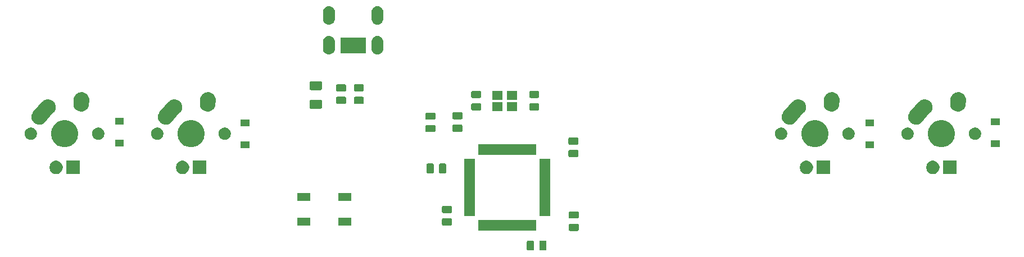
<source format=gbs>
G04 #@! TF.GenerationSoftware,KiCad,Pcbnew,(5.1.4)-1*
G04 #@! TF.CreationDate,2022-10-31T09:04:18+01:00*
G04 #@! TF.ProjectId,quaver-keypadrev1,71756176-6572-42d6-9b65-797061647265,rev?*
G04 #@! TF.SameCoordinates,Original*
G04 #@! TF.FileFunction,Soldermask,Bot*
G04 #@! TF.FilePolarity,Negative*
%FSLAX46Y46*%
G04 Gerber Fmt 4.6, Leading zero omitted, Abs format (unit mm)*
G04 Created by KiCad (PCBNEW (5.1.4)-1) date 2022-10-31 09:04:18*
%MOMM*%
%LPD*%
G04 APERTURE LIST*
%ADD10C,0.100000*%
G04 APERTURE END LIST*
D10*
G36*
X202604468Y-120919565D02*
G01*
X202643138Y-120931296D01*
X202678777Y-120950346D01*
X202710017Y-120975983D01*
X202735654Y-121007223D01*
X202754704Y-121042862D01*
X202766435Y-121081532D01*
X202771000Y-121127888D01*
X202771000Y-122204112D01*
X202766435Y-122250468D01*
X202754704Y-122289138D01*
X202735654Y-122324777D01*
X202710017Y-122356017D01*
X202678777Y-122381654D01*
X202643138Y-122400704D01*
X202604468Y-122412435D01*
X202558112Y-122417000D01*
X201906888Y-122417000D01*
X201860532Y-122412435D01*
X201821862Y-122400704D01*
X201786223Y-122381654D01*
X201754983Y-122356017D01*
X201729346Y-122324777D01*
X201710296Y-122289138D01*
X201698565Y-122250468D01*
X201694000Y-122204112D01*
X201694000Y-121127888D01*
X201698565Y-121081532D01*
X201710296Y-121042862D01*
X201729346Y-121007223D01*
X201754983Y-120975983D01*
X201786223Y-120950346D01*
X201821862Y-120931296D01*
X201860532Y-120919565D01*
X201906888Y-120915000D01*
X202558112Y-120915000D01*
X202604468Y-120919565D01*
X202604468Y-120919565D01*
G37*
G36*
X200729468Y-120919565D02*
G01*
X200768138Y-120931296D01*
X200803777Y-120950346D01*
X200835017Y-120975983D01*
X200860654Y-121007223D01*
X200879704Y-121042862D01*
X200891435Y-121081532D01*
X200896000Y-121127888D01*
X200896000Y-122204112D01*
X200891435Y-122250468D01*
X200879704Y-122289138D01*
X200860654Y-122324777D01*
X200835017Y-122356017D01*
X200803777Y-122381654D01*
X200768138Y-122400704D01*
X200729468Y-122412435D01*
X200683112Y-122417000D01*
X200031888Y-122417000D01*
X199985532Y-122412435D01*
X199946862Y-122400704D01*
X199911223Y-122381654D01*
X199879983Y-122356017D01*
X199854346Y-122324777D01*
X199835296Y-122289138D01*
X199823565Y-122250468D01*
X199819000Y-122204112D01*
X199819000Y-121127888D01*
X199823565Y-121081532D01*
X199835296Y-121042862D01*
X199854346Y-121007223D01*
X199879983Y-120975983D01*
X199911223Y-120950346D01*
X199946862Y-120931296D01*
X199985532Y-120919565D01*
X200031888Y-120915000D01*
X200683112Y-120915000D01*
X200729468Y-120919565D01*
X200729468Y-120919565D01*
G37*
G36*
X207467468Y-118386565D02*
G01*
X207506138Y-118398296D01*
X207541777Y-118417346D01*
X207573017Y-118442983D01*
X207598654Y-118474223D01*
X207617704Y-118509862D01*
X207629435Y-118548532D01*
X207634000Y-118594888D01*
X207634000Y-119246112D01*
X207629435Y-119292468D01*
X207617704Y-119331138D01*
X207598654Y-119366777D01*
X207573017Y-119398017D01*
X207541777Y-119423654D01*
X207506138Y-119442704D01*
X207467468Y-119454435D01*
X207421112Y-119459000D01*
X206344888Y-119459000D01*
X206298532Y-119454435D01*
X206259862Y-119442704D01*
X206224223Y-119423654D01*
X206192983Y-119398017D01*
X206167346Y-119366777D01*
X206148296Y-119331138D01*
X206136565Y-119292468D01*
X206132000Y-119246112D01*
X206132000Y-118594888D01*
X206136565Y-118548532D01*
X206148296Y-118509862D01*
X206167346Y-118474223D01*
X206192983Y-118442983D01*
X206224223Y-118417346D01*
X206259862Y-118398296D01*
X206298532Y-118386565D01*
X206344888Y-118382000D01*
X207421112Y-118382000D01*
X207467468Y-118386565D01*
X207467468Y-118386565D01*
G37*
G36*
X201176000Y-119404000D02*
G01*
X192524000Y-119404000D01*
X192524000Y-117802000D01*
X201176000Y-117802000D01*
X201176000Y-119404000D01*
X201176000Y-119404000D01*
G37*
G36*
X167142000Y-118656000D02*
G01*
X165240000Y-118656000D01*
X165240000Y-117454000D01*
X167142000Y-117454000D01*
X167142000Y-118656000D01*
X167142000Y-118656000D01*
G37*
G36*
X173342000Y-118656000D02*
G01*
X171440000Y-118656000D01*
X171440000Y-117454000D01*
X173342000Y-117454000D01*
X173342000Y-118656000D01*
X173342000Y-118656000D01*
G37*
G36*
X188353968Y-117561065D02*
G01*
X188392638Y-117572796D01*
X188428277Y-117591846D01*
X188459517Y-117617483D01*
X188485154Y-117648723D01*
X188504204Y-117684362D01*
X188515935Y-117723032D01*
X188520500Y-117769388D01*
X188520500Y-118420612D01*
X188515935Y-118466968D01*
X188504204Y-118505638D01*
X188485154Y-118541277D01*
X188459517Y-118572517D01*
X188428277Y-118598154D01*
X188392638Y-118617204D01*
X188353968Y-118628935D01*
X188307612Y-118633500D01*
X187231388Y-118633500D01*
X187185032Y-118628935D01*
X187146362Y-118617204D01*
X187110723Y-118598154D01*
X187079483Y-118572517D01*
X187053846Y-118541277D01*
X187034796Y-118505638D01*
X187023065Y-118466968D01*
X187018500Y-118420612D01*
X187018500Y-117769388D01*
X187023065Y-117723032D01*
X187034796Y-117684362D01*
X187053846Y-117648723D01*
X187079483Y-117617483D01*
X187110723Y-117591846D01*
X187146362Y-117572796D01*
X187185032Y-117561065D01*
X187231388Y-117556500D01*
X188307612Y-117556500D01*
X188353968Y-117561065D01*
X188353968Y-117561065D01*
G37*
G36*
X207467468Y-116511565D02*
G01*
X207506138Y-116523296D01*
X207541777Y-116542346D01*
X207573017Y-116567983D01*
X207598654Y-116599223D01*
X207617704Y-116634862D01*
X207629435Y-116673532D01*
X207634000Y-116719888D01*
X207634000Y-117371112D01*
X207629435Y-117417468D01*
X207617704Y-117456138D01*
X207598654Y-117491777D01*
X207573017Y-117523017D01*
X207541777Y-117548654D01*
X207506138Y-117567704D01*
X207467468Y-117579435D01*
X207421112Y-117584000D01*
X206344888Y-117584000D01*
X206298532Y-117579435D01*
X206259862Y-117567704D01*
X206224223Y-117548654D01*
X206192983Y-117523017D01*
X206167346Y-117491777D01*
X206148296Y-117456138D01*
X206136565Y-117417468D01*
X206132000Y-117371112D01*
X206132000Y-116719888D01*
X206136565Y-116673532D01*
X206148296Y-116634862D01*
X206167346Y-116599223D01*
X206192983Y-116567983D01*
X206224223Y-116542346D01*
X206259862Y-116523296D01*
X206298532Y-116511565D01*
X206344888Y-116507000D01*
X207421112Y-116507000D01*
X207467468Y-116511565D01*
X207467468Y-116511565D01*
G37*
G36*
X191951000Y-117229000D02*
G01*
X190349000Y-117229000D01*
X190349000Y-108577000D01*
X191951000Y-108577000D01*
X191951000Y-117229000D01*
X191951000Y-117229000D01*
G37*
G36*
X203351000Y-117229000D02*
G01*
X201749000Y-117229000D01*
X201749000Y-108577000D01*
X203351000Y-108577000D01*
X203351000Y-117229000D01*
X203351000Y-117229000D01*
G37*
G36*
X188353968Y-115686065D02*
G01*
X188392638Y-115697796D01*
X188428277Y-115716846D01*
X188459517Y-115742483D01*
X188485154Y-115773723D01*
X188504204Y-115809362D01*
X188515935Y-115848032D01*
X188520500Y-115894388D01*
X188520500Y-116545612D01*
X188515935Y-116591968D01*
X188504204Y-116630638D01*
X188485154Y-116666277D01*
X188459517Y-116697517D01*
X188428277Y-116723154D01*
X188392638Y-116742204D01*
X188353968Y-116753935D01*
X188307612Y-116758500D01*
X187231388Y-116758500D01*
X187185032Y-116753935D01*
X187146362Y-116742204D01*
X187110723Y-116723154D01*
X187079483Y-116697517D01*
X187053846Y-116666277D01*
X187034796Y-116630638D01*
X187023065Y-116591968D01*
X187018500Y-116545612D01*
X187018500Y-115894388D01*
X187023065Y-115848032D01*
X187034796Y-115809362D01*
X187053846Y-115773723D01*
X187079483Y-115742483D01*
X187110723Y-115716846D01*
X187146362Y-115697796D01*
X187185032Y-115686065D01*
X187231388Y-115681500D01*
X188307612Y-115681500D01*
X188353968Y-115686065D01*
X188353968Y-115686065D01*
G37*
G36*
X167142000Y-114956000D02*
G01*
X165240000Y-114956000D01*
X165240000Y-113754000D01*
X167142000Y-113754000D01*
X167142000Y-114956000D01*
X167142000Y-114956000D01*
G37*
G36*
X173342000Y-114956000D02*
G01*
X171440000Y-114956000D01*
X171440000Y-113754000D01*
X173342000Y-113754000D01*
X173342000Y-114956000D01*
X173342000Y-114956000D01*
G37*
G36*
X129031425Y-108856988D02*
G01*
X129197710Y-108890063D01*
X129380336Y-108965709D01*
X129544694Y-109075530D01*
X129684470Y-109215306D01*
X129794291Y-109379664D01*
X129869937Y-109562290D01*
X129908500Y-109756164D01*
X129908500Y-109953836D01*
X129869937Y-110147710D01*
X129794291Y-110330336D01*
X129684470Y-110494694D01*
X129544694Y-110634470D01*
X129380336Y-110744291D01*
X129197710Y-110819937D01*
X129031425Y-110853012D01*
X129003837Y-110858500D01*
X128806163Y-110858500D01*
X128778575Y-110853012D01*
X128612290Y-110819937D01*
X128429664Y-110744291D01*
X128265306Y-110634470D01*
X128125530Y-110494694D01*
X128015709Y-110330336D01*
X127940063Y-110147710D01*
X127901500Y-109953836D01*
X127901500Y-109756164D01*
X127940063Y-109562290D01*
X128015709Y-109379664D01*
X128125530Y-109215306D01*
X128265306Y-109075530D01*
X128429664Y-108965709D01*
X128612290Y-108890063D01*
X128778575Y-108856988D01*
X128806163Y-108851500D01*
X129003837Y-108851500D01*
X129031425Y-108856988D01*
X129031425Y-108856988D01*
G37*
G36*
X132448500Y-110858500D02*
G01*
X130441500Y-110858500D01*
X130441500Y-108851500D01*
X132448500Y-108851500D01*
X132448500Y-110858500D01*
X132448500Y-110858500D01*
G37*
G36*
X148081425Y-108856988D02*
G01*
X148247710Y-108890063D01*
X148430336Y-108965709D01*
X148594694Y-109075530D01*
X148734470Y-109215306D01*
X148844291Y-109379664D01*
X148919937Y-109562290D01*
X148958500Y-109756164D01*
X148958500Y-109953836D01*
X148919937Y-110147710D01*
X148844291Y-110330336D01*
X148734470Y-110494694D01*
X148594694Y-110634470D01*
X148430336Y-110744291D01*
X148247710Y-110819937D01*
X148081425Y-110853012D01*
X148053837Y-110858500D01*
X147856163Y-110858500D01*
X147828575Y-110853012D01*
X147662290Y-110819937D01*
X147479664Y-110744291D01*
X147315306Y-110634470D01*
X147175530Y-110494694D01*
X147065709Y-110330336D01*
X146990063Y-110147710D01*
X146951500Y-109953836D01*
X146951500Y-109756164D01*
X146990063Y-109562290D01*
X147065709Y-109379664D01*
X147175530Y-109215306D01*
X147315306Y-109075530D01*
X147479664Y-108965709D01*
X147662290Y-108890063D01*
X147828575Y-108856988D01*
X147856163Y-108851500D01*
X148053837Y-108851500D01*
X148081425Y-108856988D01*
X148081425Y-108856988D01*
G37*
G36*
X151498500Y-110858500D02*
G01*
X149491500Y-110858500D01*
X149491500Y-108851500D01*
X151498500Y-108851500D01*
X151498500Y-110858500D01*
X151498500Y-110858500D01*
G37*
G36*
X264528500Y-110858500D02*
G01*
X262521500Y-110858500D01*
X262521500Y-108851500D01*
X264528500Y-108851500D01*
X264528500Y-110858500D01*
X264528500Y-110858500D01*
G37*
G36*
X245478500Y-110858500D02*
G01*
X243471500Y-110858500D01*
X243471500Y-108851500D01*
X245478500Y-108851500D01*
X245478500Y-110858500D01*
X245478500Y-110858500D01*
G37*
G36*
X242061425Y-108856988D02*
G01*
X242227710Y-108890063D01*
X242410336Y-108965709D01*
X242574694Y-109075530D01*
X242714470Y-109215306D01*
X242824291Y-109379664D01*
X242899937Y-109562290D01*
X242938500Y-109756164D01*
X242938500Y-109953836D01*
X242899937Y-110147710D01*
X242824291Y-110330336D01*
X242714470Y-110494694D01*
X242574694Y-110634470D01*
X242410336Y-110744291D01*
X242227710Y-110819937D01*
X242061425Y-110853012D01*
X242033837Y-110858500D01*
X241836163Y-110858500D01*
X241808575Y-110853012D01*
X241642290Y-110819937D01*
X241459664Y-110744291D01*
X241295306Y-110634470D01*
X241155530Y-110494694D01*
X241045709Y-110330336D01*
X240970063Y-110147710D01*
X240931500Y-109953836D01*
X240931500Y-109756164D01*
X240970063Y-109562290D01*
X241045709Y-109379664D01*
X241155530Y-109215306D01*
X241295306Y-109075530D01*
X241459664Y-108965709D01*
X241642290Y-108890063D01*
X241808575Y-108856988D01*
X241836163Y-108851500D01*
X242033837Y-108851500D01*
X242061425Y-108856988D01*
X242061425Y-108856988D01*
G37*
G36*
X261111425Y-108856988D02*
G01*
X261277710Y-108890063D01*
X261460336Y-108965709D01*
X261624694Y-109075530D01*
X261764470Y-109215306D01*
X261874291Y-109379664D01*
X261949937Y-109562290D01*
X261988500Y-109756164D01*
X261988500Y-109953836D01*
X261949937Y-110147710D01*
X261874291Y-110330336D01*
X261764470Y-110494694D01*
X261624694Y-110634470D01*
X261460336Y-110744291D01*
X261277710Y-110819937D01*
X261111425Y-110853012D01*
X261083837Y-110858500D01*
X260886163Y-110858500D01*
X260858575Y-110853012D01*
X260692290Y-110819937D01*
X260509664Y-110744291D01*
X260345306Y-110634470D01*
X260205530Y-110494694D01*
X260095709Y-110330336D01*
X260020063Y-110147710D01*
X259981500Y-109953836D01*
X259981500Y-109756164D01*
X260020063Y-109562290D01*
X260095709Y-109379664D01*
X260205530Y-109215306D01*
X260345306Y-109075530D01*
X260509664Y-108965709D01*
X260692290Y-108890063D01*
X260858575Y-108856988D01*
X260886163Y-108851500D01*
X261083837Y-108851500D01*
X261111425Y-108856988D01*
X261111425Y-108856988D01*
G37*
G36*
X187491468Y-109267315D02*
G01*
X187530138Y-109279046D01*
X187565777Y-109298096D01*
X187597017Y-109323733D01*
X187622654Y-109354973D01*
X187641704Y-109390612D01*
X187653435Y-109429282D01*
X187658000Y-109475638D01*
X187658000Y-110551862D01*
X187653435Y-110598218D01*
X187641704Y-110636888D01*
X187622654Y-110672527D01*
X187597017Y-110703767D01*
X187565777Y-110729404D01*
X187530138Y-110748454D01*
X187491468Y-110760185D01*
X187445112Y-110764750D01*
X186793888Y-110764750D01*
X186747532Y-110760185D01*
X186708862Y-110748454D01*
X186673223Y-110729404D01*
X186641983Y-110703767D01*
X186616346Y-110672527D01*
X186597296Y-110636888D01*
X186585565Y-110598218D01*
X186581000Y-110551862D01*
X186581000Y-109475638D01*
X186585565Y-109429282D01*
X186597296Y-109390612D01*
X186616346Y-109354973D01*
X186641983Y-109323733D01*
X186673223Y-109298096D01*
X186708862Y-109279046D01*
X186747532Y-109267315D01*
X186793888Y-109262750D01*
X187445112Y-109262750D01*
X187491468Y-109267315D01*
X187491468Y-109267315D01*
G37*
G36*
X185616468Y-109267315D02*
G01*
X185655138Y-109279046D01*
X185690777Y-109298096D01*
X185722017Y-109323733D01*
X185747654Y-109354973D01*
X185766704Y-109390612D01*
X185778435Y-109429282D01*
X185783000Y-109475638D01*
X185783000Y-110551862D01*
X185778435Y-110598218D01*
X185766704Y-110636888D01*
X185747654Y-110672527D01*
X185722017Y-110703767D01*
X185690777Y-110729404D01*
X185655138Y-110748454D01*
X185616468Y-110760185D01*
X185570112Y-110764750D01*
X184918888Y-110764750D01*
X184872532Y-110760185D01*
X184833862Y-110748454D01*
X184798223Y-110729404D01*
X184766983Y-110703767D01*
X184741346Y-110672527D01*
X184722296Y-110636888D01*
X184710565Y-110598218D01*
X184706000Y-110551862D01*
X184706000Y-109475638D01*
X184710565Y-109429282D01*
X184722296Y-109390612D01*
X184741346Y-109354973D01*
X184766983Y-109323733D01*
X184798223Y-109298096D01*
X184833862Y-109279046D01*
X184872532Y-109267315D01*
X184918888Y-109262750D01*
X185570112Y-109262750D01*
X185616468Y-109267315D01*
X185616468Y-109267315D01*
G37*
G36*
X207403968Y-107242315D02*
G01*
X207442638Y-107254046D01*
X207478277Y-107273096D01*
X207509517Y-107298733D01*
X207535154Y-107329973D01*
X207554204Y-107365612D01*
X207565935Y-107404282D01*
X207570500Y-107450638D01*
X207570500Y-108101862D01*
X207565935Y-108148218D01*
X207554204Y-108186888D01*
X207535154Y-108222527D01*
X207509517Y-108253767D01*
X207478277Y-108279404D01*
X207442638Y-108298454D01*
X207403968Y-108310185D01*
X207357612Y-108314750D01*
X206281388Y-108314750D01*
X206235032Y-108310185D01*
X206196362Y-108298454D01*
X206160723Y-108279404D01*
X206129483Y-108253767D01*
X206103846Y-108222527D01*
X206084796Y-108186888D01*
X206073065Y-108148218D01*
X206068500Y-108101862D01*
X206068500Y-107450638D01*
X206073065Y-107404282D01*
X206084796Y-107365612D01*
X206103846Y-107329973D01*
X206129483Y-107298733D01*
X206160723Y-107273096D01*
X206196362Y-107254046D01*
X206235032Y-107242315D01*
X206281388Y-107237750D01*
X207357612Y-107237750D01*
X207403968Y-107242315D01*
X207403968Y-107242315D01*
G37*
G36*
X201176000Y-108004000D02*
G01*
X192524000Y-108004000D01*
X192524000Y-106402000D01*
X201176000Y-106402000D01*
X201176000Y-108004000D01*
X201176000Y-108004000D01*
G37*
G36*
X158004000Y-106926000D02*
G01*
X156702000Y-106926000D01*
X156702000Y-105924000D01*
X158004000Y-105924000D01*
X158004000Y-106926000D01*
X158004000Y-106926000D01*
G37*
G36*
X252111000Y-106926000D02*
G01*
X250809000Y-106926000D01*
X250809000Y-105924000D01*
X252111000Y-105924000D01*
X252111000Y-106926000D01*
X252111000Y-106926000D01*
G37*
G36*
X243801474Y-102808684D02*
G01*
X244019474Y-102898983D01*
X244173623Y-102962833D01*
X244508548Y-103186623D01*
X244793377Y-103471452D01*
X245017167Y-103806377D01*
X245049562Y-103884586D01*
X245171316Y-104178526D01*
X245249900Y-104573594D01*
X245249900Y-104976406D01*
X245171316Y-105371474D01*
X245120451Y-105494272D01*
X245017167Y-105743623D01*
X244793377Y-106078548D01*
X244508548Y-106363377D01*
X244173623Y-106587167D01*
X244019474Y-106651017D01*
X243801474Y-106741316D01*
X243406406Y-106819900D01*
X243003594Y-106819900D01*
X242608526Y-106741316D01*
X242390526Y-106651017D01*
X242236377Y-106587167D01*
X241901452Y-106363377D01*
X241616623Y-106078548D01*
X241392833Y-105743623D01*
X241289549Y-105494272D01*
X241238684Y-105371474D01*
X241160100Y-104976406D01*
X241160100Y-104573594D01*
X241238684Y-104178526D01*
X241360438Y-103884586D01*
X241392833Y-103806377D01*
X241616623Y-103471452D01*
X241901452Y-103186623D01*
X242236377Y-102962833D01*
X242390526Y-102898983D01*
X242608526Y-102808684D01*
X243003594Y-102730100D01*
X243406406Y-102730100D01*
X243801474Y-102808684D01*
X243801474Y-102808684D01*
G37*
G36*
X130771474Y-102808684D02*
G01*
X130989474Y-102898983D01*
X131143623Y-102962833D01*
X131478548Y-103186623D01*
X131763377Y-103471452D01*
X131987167Y-103806377D01*
X132019562Y-103884586D01*
X132141316Y-104178526D01*
X132219900Y-104573594D01*
X132219900Y-104976406D01*
X132141316Y-105371474D01*
X132090451Y-105494272D01*
X131987167Y-105743623D01*
X131763377Y-106078548D01*
X131478548Y-106363377D01*
X131143623Y-106587167D01*
X130989474Y-106651017D01*
X130771474Y-106741316D01*
X130376406Y-106819900D01*
X129973594Y-106819900D01*
X129578526Y-106741316D01*
X129360526Y-106651017D01*
X129206377Y-106587167D01*
X128871452Y-106363377D01*
X128586623Y-106078548D01*
X128362833Y-105743623D01*
X128259549Y-105494272D01*
X128208684Y-105371474D01*
X128130100Y-104976406D01*
X128130100Y-104573594D01*
X128208684Y-104178526D01*
X128330438Y-103884586D01*
X128362833Y-103806377D01*
X128586623Y-103471452D01*
X128871452Y-103186623D01*
X129206377Y-102962833D01*
X129360526Y-102898983D01*
X129578526Y-102808684D01*
X129973594Y-102730100D01*
X130376406Y-102730100D01*
X130771474Y-102808684D01*
X130771474Y-102808684D01*
G37*
G36*
X149821474Y-102808684D02*
G01*
X150039474Y-102898983D01*
X150193623Y-102962833D01*
X150528548Y-103186623D01*
X150813377Y-103471452D01*
X151037167Y-103806377D01*
X151069562Y-103884586D01*
X151191316Y-104178526D01*
X151269900Y-104573594D01*
X151269900Y-104976406D01*
X151191316Y-105371474D01*
X151140451Y-105494272D01*
X151037167Y-105743623D01*
X150813377Y-106078548D01*
X150528548Y-106363377D01*
X150193623Y-106587167D01*
X150039474Y-106651017D01*
X149821474Y-106741316D01*
X149426406Y-106819900D01*
X149023594Y-106819900D01*
X148628526Y-106741316D01*
X148410526Y-106651017D01*
X148256377Y-106587167D01*
X147921452Y-106363377D01*
X147636623Y-106078548D01*
X147412833Y-105743623D01*
X147309549Y-105494272D01*
X147258684Y-105371474D01*
X147180100Y-104976406D01*
X147180100Y-104573594D01*
X147258684Y-104178526D01*
X147380438Y-103884586D01*
X147412833Y-103806377D01*
X147636623Y-103471452D01*
X147921452Y-103186623D01*
X148256377Y-102962833D01*
X148410526Y-102898983D01*
X148628526Y-102808684D01*
X149023594Y-102730100D01*
X149426406Y-102730100D01*
X149821474Y-102808684D01*
X149821474Y-102808684D01*
G37*
G36*
X262851474Y-102808684D02*
G01*
X263069474Y-102898983D01*
X263223623Y-102962833D01*
X263558548Y-103186623D01*
X263843377Y-103471452D01*
X264067167Y-103806377D01*
X264099562Y-103884586D01*
X264221316Y-104178526D01*
X264299900Y-104573594D01*
X264299900Y-104976406D01*
X264221316Y-105371474D01*
X264170451Y-105494272D01*
X264067167Y-105743623D01*
X263843377Y-106078548D01*
X263558548Y-106363377D01*
X263223623Y-106587167D01*
X263069474Y-106651017D01*
X262851474Y-106741316D01*
X262456406Y-106819900D01*
X262053594Y-106819900D01*
X261658526Y-106741316D01*
X261440526Y-106651017D01*
X261286377Y-106587167D01*
X260951452Y-106363377D01*
X260666623Y-106078548D01*
X260442833Y-105743623D01*
X260339549Y-105494272D01*
X260288684Y-105371474D01*
X260210100Y-104976406D01*
X260210100Y-104573594D01*
X260288684Y-104178526D01*
X260410438Y-103884586D01*
X260442833Y-103806377D01*
X260666623Y-103471452D01*
X260951452Y-103186623D01*
X261286377Y-102962833D01*
X261440526Y-102898983D01*
X261658526Y-102808684D01*
X262053594Y-102730100D01*
X262456406Y-102730100D01*
X262851474Y-102808684D01*
X262851474Y-102808684D01*
G37*
G36*
X271034000Y-106799000D02*
G01*
X269732000Y-106799000D01*
X269732000Y-105797000D01*
X271034000Y-105797000D01*
X271034000Y-106799000D01*
X271034000Y-106799000D01*
G37*
G36*
X139081000Y-106672000D02*
G01*
X137779000Y-106672000D01*
X137779000Y-105670000D01*
X139081000Y-105670000D01*
X139081000Y-106672000D01*
X139081000Y-106672000D01*
G37*
G36*
X207403968Y-105367315D02*
G01*
X207442638Y-105379046D01*
X207478277Y-105398096D01*
X207509517Y-105423733D01*
X207535154Y-105454973D01*
X207554204Y-105490612D01*
X207565935Y-105529282D01*
X207570500Y-105575638D01*
X207570500Y-106226862D01*
X207565935Y-106273218D01*
X207554204Y-106311888D01*
X207535154Y-106347527D01*
X207509517Y-106378767D01*
X207478277Y-106404404D01*
X207442638Y-106423454D01*
X207403968Y-106435185D01*
X207357612Y-106439750D01*
X206281388Y-106439750D01*
X206235032Y-106435185D01*
X206196362Y-106423454D01*
X206160723Y-106404404D01*
X206129483Y-106378767D01*
X206103846Y-106347527D01*
X206084796Y-106311888D01*
X206073065Y-106273218D01*
X206068500Y-106226862D01*
X206068500Y-105575638D01*
X206073065Y-105529282D01*
X206084796Y-105490612D01*
X206103846Y-105454973D01*
X206129483Y-105423733D01*
X206160723Y-105398096D01*
X206196362Y-105379046D01*
X206235032Y-105367315D01*
X206281388Y-105362750D01*
X207357612Y-105362750D01*
X207403968Y-105367315D01*
X207403968Y-105367315D01*
G37*
G36*
X257445104Y-103884585D02*
G01*
X257613626Y-103954389D01*
X257765291Y-104055728D01*
X257894272Y-104184709D01*
X257995611Y-104336374D01*
X258065415Y-104504896D01*
X258101000Y-104683797D01*
X258101000Y-104866203D01*
X258065415Y-105045104D01*
X257995611Y-105213626D01*
X257894272Y-105365291D01*
X257765291Y-105494272D01*
X257613626Y-105595611D01*
X257445104Y-105665415D01*
X257266203Y-105701000D01*
X257083797Y-105701000D01*
X256904896Y-105665415D01*
X256736374Y-105595611D01*
X256584709Y-105494272D01*
X256455728Y-105365291D01*
X256354389Y-105213626D01*
X256284585Y-105045104D01*
X256249000Y-104866203D01*
X256249000Y-104683797D01*
X256284585Y-104504896D01*
X256354389Y-104336374D01*
X256455728Y-104184709D01*
X256584709Y-104055728D01*
X256736374Y-103954389D01*
X256904896Y-103884585D01*
X257083797Y-103849000D01*
X257266203Y-103849000D01*
X257445104Y-103884585D01*
X257445104Y-103884585D01*
G37*
G36*
X238395104Y-103884585D02*
G01*
X238563626Y-103954389D01*
X238715291Y-104055728D01*
X238844272Y-104184709D01*
X238945611Y-104336374D01*
X239015415Y-104504896D01*
X239051000Y-104683797D01*
X239051000Y-104866203D01*
X239015415Y-105045104D01*
X238945611Y-105213626D01*
X238844272Y-105365291D01*
X238715291Y-105494272D01*
X238563626Y-105595611D01*
X238395104Y-105665415D01*
X238216203Y-105701000D01*
X238033797Y-105701000D01*
X237854896Y-105665415D01*
X237686374Y-105595611D01*
X237534709Y-105494272D01*
X237405728Y-105365291D01*
X237304389Y-105213626D01*
X237234585Y-105045104D01*
X237199000Y-104866203D01*
X237199000Y-104683797D01*
X237234585Y-104504896D01*
X237304389Y-104336374D01*
X237405728Y-104184709D01*
X237534709Y-104055728D01*
X237686374Y-103954389D01*
X237854896Y-103884585D01*
X238033797Y-103849000D01*
X238216203Y-103849000D01*
X238395104Y-103884585D01*
X238395104Y-103884585D01*
G37*
G36*
X248555104Y-103884585D02*
G01*
X248723626Y-103954389D01*
X248875291Y-104055728D01*
X249004272Y-104184709D01*
X249105611Y-104336374D01*
X249175415Y-104504896D01*
X249211000Y-104683797D01*
X249211000Y-104866203D01*
X249175415Y-105045104D01*
X249105611Y-105213626D01*
X249004272Y-105365291D01*
X248875291Y-105494272D01*
X248723626Y-105595611D01*
X248555104Y-105665415D01*
X248376203Y-105701000D01*
X248193797Y-105701000D01*
X248014896Y-105665415D01*
X247846374Y-105595611D01*
X247694709Y-105494272D01*
X247565728Y-105365291D01*
X247464389Y-105213626D01*
X247394585Y-105045104D01*
X247359000Y-104866203D01*
X247359000Y-104683797D01*
X247394585Y-104504896D01*
X247464389Y-104336374D01*
X247565728Y-104184709D01*
X247694709Y-104055728D01*
X247846374Y-103954389D01*
X248014896Y-103884585D01*
X248193797Y-103849000D01*
X248376203Y-103849000D01*
X248555104Y-103884585D01*
X248555104Y-103884585D01*
G37*
G36*
X135525104Y-103884585D02*
G01*
X135693626Y-103954389D01*
X135845291Y-104055728D01*
X135974272Y-104184709D01*
X136075611Y-104336374D01*
X136145415Y-104504896D01*
X136181000Y-104683797D01*
X136181000Y-104866203D01*
X136145415Y-105045104D01*
X136075611Y-105213626D01*
X135974272Y-105365291D01*
X135845291Y-105494272D01*
X135693626Y-105595611D01*
X135525104Y-105665415D01*
X135346203Y-105701000D01*
X135163797Y-105701000D01*
X134984896Y-105665415D01*
X134816374Y-105595611D01*
X134664709Y-105494272D01*
X134535728Y-105365291D01*
X134434389Y-105213626D01*
X134364585Y-105045104D01*
X134329000Y-104866203D01*
X134329000Y-104683797D01*
X134364585Y-104504896D01*
X134434389Y-104336374D01*
X134535728Y-104184709D01*
X134664709Y-104055728D01*
X134816374Y-103954389D01*
X134984896Y-103884585D01*
X135163797Y-103849000D01*
X135346203Y-103849000D01*
X135525104Y-103884585D01*
X135525104Y-103884585D01*
G37*
G36*
X154575104Y-103884585D02*
G01*
X154743626Y-103954389D01*
X154895291Y-104055728D01*
X155024272Y-104184709D01*
X155125611Y-104336374D01*
X155195415Y-104504896D01*
X155231000Y-104683797D01*
X155231000Y-104866203D01*
X155195415Y-105045104D01*
X155125611Y-105213626D01*
X155024272Y-105365291D01*
X154895291Y-105494272D01*
X154743626Y-105595611D01*
X154575104Y-105665415D01*
X154396203Y-105701000D01*
X154213797Y-105701000D01*
X154034896Y-105665415D01*
X153866374Y-105595611D01*
X153714709Y-105494272D01*
X153585728Y-105365291D01*
X153484389Y-105213626D01*
X153414585Y-105045104D01*
X153379000Y-104866203D01*
X153379000Y-104683797D01*
X153414585Y-104504896D01*
X153484389Y-104336374D01*
X153585728Y-104184709D01*
X153714709Y-104055728D01*
X153866374Y-103954389D01*
X154034896Y-103884585D01*
X154213797Y-103849000D01*
X154396203Y-103849000D01*
X154575104Y-103884585D01*
X154575104Y-103884585D01*
G37*
G36*
X144415104Y-103884585D02*
G01*
X144583626Y-103954389D01*
X144735291Y-104055728D01*
X144864272Y-104184709D01*
X144965611Y-104336374D01*
X145035415Y-104504896D01*
X145071000Y-104683797D01*
X145071000Y-104866203D01*
X145035415Y-105045104D01*
X144965611Y-105213626D01*
X144864272Y-105365291D01*
X144735291Y-105494272D01*
X144583626Y-105595611D01*
X144415104Y-105665415D01*
X144236203Y-105701000D01*
X144053797Y-105701000D01*
X143874896Y-105665415D01*
X143706374Y-105595611D01*
X143554709Y-105494272D01*
X143425728Y-105365291D01*
X143324389Y-105213626D01*
X143254585Y-105045104D01*
X143219000Y-104866203D01*
X143219000Y-104683797D01*
X143254585Y-104504896D01*
X143324389Y-104336374D01*
X143425728Y-104184709D01*
X143554709Y-104055728D01*
X143706374Y-103954389D01*
X143874896Y-103884585D01*
X144053797Y-103849000D01*
X144236203Y-103849000D01*
X144415104Y-103884585D01*
X144415104Y-103884585D01*
G37*
G36*
X267605104Y-103884585D02*
G01*
X267773626Y-103954389D01*
X267925291Y-104055728D01*
X268054272Y-104184709D01*
X268155611Y-104336374D01*
X268225415Y-104504896D01*
X268261000Y-104683797D01*
X268261000Y-104866203D01*
X268225415Y-105045104D01*
X268155611Y-105213626D01*
X268054272Y-105365291D01*
X267925291Y-105494272D01*
X267773626Y-105595611D01*
X267605104Y-105665415D01*
X267426203Y-105701000D01*
X267243797Y-105701000D01*
X267064896Y-105665415D01*
X266896374Y-105595611D01*
X266744709Y-105494272D01*
X266615728Y-105365291D01*
X266514389Y-105213626D01*
X266444585Y-105045104D01*
X266409000Y-104866203D01*
X266409000Y-104683797D01*
X266444585Y-104504896D01*
X266514389Y-104336374D01*
X266615728Y-104184709D01*
X266744709Y-104055728D01*
X266896374Y-103954389D01*
X267064896Y-103884585D01*
X267243797Y-103849000D01*
X267426203Y-103849000D01*
X267605104Y-103884585D01*
X267605104Y-103884585D01*
G37*
G36*
X125365104Y-103884585D02*
G01*
X125533626Y-103954389D01*
X125685291Y-104055728D01*
X125814272Y-104184709D01*
X125915611Y-104336374D01*
X125985415Y-104504896D01*
X126021000Y-104683797D01*
X126021000Y-104866203D01*
X125985415Y-105045104D01*
X125915611Y-105213626D01*
X125814272Y-105365291D01*
X125685291Y-105494272D01*
X125533626Y-105595611D01*
X125365104Y-105665415D01*
X125186203Y-105701000D01*
X125003797Y-105701000D01*
X124824896Y-105665415D01*
X124656374Y-105595611D01*
X124504709Y-105494272D01*
X124375728Y-105365291D01*
X124274389Y-105213626D01*
X124204585Y-105045104D01*
X124169000Y-104866203D01*
X124169000Y-104683797D01*
X124204585Y-104504896D01*
X124274389Y-104336374D01*
X124375728Y-104184709D01*
X124504709Y-104055728D01*
X124656374Y-103954389D01*
X124824896Y-103884585D01*
X125003797Y-103849000D01*
X125186203Y-103849000D01*
X125365104Y-103884585D01*
X125365104Y-103884585D01*
G37*
G36*
X185877468Y-103479065D02*
G01*
X185916138Y-103490796D01*
X185951777Y-103509846D01*
X185983017Y-103535483D01*
X186008654Y-103566723D01*
X186027704Y-103602362D01*
X186039435Y-103641032D01*
X186044000Y-103687388D01*
X186044000Y-104338612D01*
X186039435Y-104384968D01*
X186027704Y-104423638D01*
X186008654Y-104459277D01*
X185983017Y-104490517D01*
X185951777Y-104516154D01*
X185916138Y-104535204D01*
X185877468Y-104546935D01*
X185831112Y-104551500D01*
X184754888Y-104551500D01*
X184708532Y-104546935D01*
X184669862Y-104535204D01*
X184634223Y-104516154D01*
X184602983Y-104490517D01*
X184577346Y-104459277D01*
X184558296Y-104423638D01*
X184546565Y-104384968D01*
X184542000Y-104338612D01*
X184542000Y-103687388D01*
X184546565Y-103641032D01*
X184558296Y-103602362D01*
X184577346Y-103566723D01*
X184602983Y-103535483D01*
X184634223Y-103509846D01*
X184669862Y-103490796D01*
X184708532Y-103479065D01*
X184754888Y-103474500D01*
X185831112Y-103474500D01*
X185877468Y-103479065D01*
X185877468Y-103479065D01*
G37*
G36*
X189941468Y-103417315D02*
G01*
X189980138Y-103429046D01*
X190015777Y-103448096D01*
X190047017Y-103473733D01*
X190072654Y-103504973D01*
X190091704Y-103540612D01*
X190103435Y-103579282D01*
X190108000Y-103625638D01*
X190108000Y-104276862D01*
X190103435Y-104323218D01*
X190091704Y-104361888D01*
X190072654Y-104397527D01*
X190047017Y-104428767D01*
X190015777Y-104454404D01*
X189980138Y-104473454D01*
X189941468Y-104485185D01*
X189895112Y-104489750D01*
X188818888Y-104489750D01*
X188772532Y-104485185D01*
X188733862Y-104473454D01*
X188698223Y-104454404D01*
X188666983Y-104428767D01*
X188641346Y-104397527D01*
X188622296Y-104361888D01*
X188610565Y-104323218D01*
X188606000Y-104276862D01*
X188606000Y-103625638D01*
X188610565Y-103579282D01*
X188622296Y-103540612D01*
X188641346Y-103504973D01*
X188666983Y-103473733D01*
X188698223Y-103448096D01*
X188733862Y-103429046D01*
X188772532Y-103417315D01*
X188818888Y-103412750D01*
X189895112Y-103412750D01*
X189941468Y-103417315D01*
X189941468Y-103417315D01*
G37*
G36*
X158004000Y-103626000D02*
G01*
X156702000Y-103626000D01*
X156702000Y-102624000D01*
X158004000Y-102624000D01*
X158004000Y-103626000D01*
X158004000Y-103626000D01*
G37*
G36*
X252111000Y-103626000D02*
G01*
X250809000Y-103626000D01*
X250809000Y-102624000D01*
X252111000Y-102624000D01*
X252111000Y-103626000D01*
X252111000Y-103626000D01*
G37*
G36*
X271034000Y-103499000D02*
G01*
X269732000Y-103499000D01*
X269732000Y-102497000D01*
X271034000Y-102497000D01*
X271034000Y-103499000D01*
X271034000Y-103499000D01*
G37*
G36*
X240728205Y-99598881D02*
G01*
X240733645Y-99599000D01*
X240820828Y-99599000D01*
X240837097Y-99602236D01*
X240855956Y-99604515D01*
X240872532Y-99605246D01*
X240957223Y-99626010D01*
X240962518Y-99627184D01*
X241048027Y-99644193D01*
X241063362Y-99650545D01*
X241081401Y-99656455D01*
X241097521Y-99660407D01*
X241176504Y-99697280D01*
X241181494Y-99699477D01*
X241262045Y-99732842D01*
X241275841Y-99742060D01*
X241292393Y-99751382D01*
X241307426Y-99758400D01*
X241377694Y-99809971D01*
X241382192Y-99813122D01*
X241454656Y-99861541D01*
X241466383Y-99873268D01*
X241480809Y-99885648D01*
X241494179Y-99895461D01*
X241494180Y-99895462D01*
X241553021Y-99959733D01*
X241556829Y-99963714D01*
X241618459Y-100025344D01*
X241627674Y-100039135D01*
X241639396Y-100054078D01*
X241650605Y-100066321D01*
X241695799Y-100140874D01*
X241698746Y-100145501D01*
X241747158Y-100217955D01*
X241753505Y-100233277D01*
X241762092Y-100250231D01*
X241770691Y-100264417D01*
X241800478Y-100346368D01*
X241802452Y-100351448D01*
X241835807Y-100431973D01*
X241835807Y-100431974D01*
X241839041Y-100448233D01*
X241844158Y-100466542D01*
X241849825Y-100482134D01*
X241863055Y-100568345D01*
X241864001Y-100573713D01*
X241881000Y-100659173D01*
X241881000Y-100675752D01*
X241882444Y-100694692D01*
X241884963Y-100711104D01*
X241881120Y-100798249D01*
X241881000Y-100803689D01*
X241881000Y-100890825D01*
X241877766Y-100907083D01*
X241875488Y-100925941D01*
X241874756Y-100942531D01*
X241853988Y-101027237D01*
X241852812Y-101032537D01*
X241835807Y-101118027D01*
X241829457Y-101133357D01*
X241823549Y-101151393D01*
X241819595Y-101167520D01*
X241782711Y-101246526D01*
X241780511Y-101251523D01*
X241747158Y-101332045D01*
X241737944Y-101345835D01*
X241728622Y-101362387D01*
X241721602Y-101377424D01*
X241670011Y-101447720D01*
X241666866Y-101452210D01*
X241618461Y-101524654D01*
X241561460Y-101581655D01*
X241556811Y-101586563D01*
X240582948Y-102671935D01*
X240231723Y-103063376D01*
X240103679Y-103180602D01*
X240004630Y-103240646D01*
X239905583Y-103300689D01*
X239687866Y-103379823D01*
X239458895Y-103414961D01*
X239227470Y-103404754D01*
X239002481Y-103349593D01*
X238897727Y-103300689D01*
X238792579Y-103251602D01*
X238695838Y-103180602D01*
X238605823Y-103114539D01*
X238531394Y-103033241D01*
X238449398Y-102943679D01*
X238367564Y-102808685D01*
X238329311Y-102745583D01*
X238250177Y-102527866D01*
X238215039Y-102298895D01*
X238225246Y-102067470D01*
X238280407Y-101842481D01*
X238350788Y-101691723D01*
X238378398Y-101632580D01*
X238390716Y-101615796D01*
X238481114Y-101492622D01*
X239236245Y-100651027D01*
X239767787Y-100058621D01*
X239778681Y-100044589D01*
X239791539Y-100025346D01*
X239848573Y-99968312D01*
X239853223Y-99963403D01*
X239868278Y-99946624D01*
X239889701Y-99927011D01*
X239893682Y-99923203D01*
X239955346Y-99861539D01*
X239969143Y-99852320D01*
X239984102Y-99840585D01*
X239996321Y-99829398D01*
X240028385Y-99809961D01*
X240070830Y-99784231D01*
X240075421Y-99781308D01*
X240147955Y-99732842D01*
X240163300Y-99726486D01*
X240180248Y-99717901D01*
X240194416Y-99709312D01*
X240194417Y-99709312D01*
X240194418Y-99709311D01*
X240276312Y-99679545D01*
X240281410Y-99677563D01*
X240361973Y-99644193D01*
X240378252Y-99640955D01*
X240396542Y-99635844D01*
X240412135Y-99630177D01*
X240498300Y-99616954D01*
X240503663Y-99616009D01*
X240589173Y-99599000D01*
X240605766Y-99599000D01*
X240624709Y-99597555D01*
X240641106Y-99595039D01*
X240728205Y-99598881D01*
X240728205Y-99598881D01*
G37*
G36*
X146748205Y-99598881D02*
G01*
X146753645Y-99599000D01*
X146840828Y-99599000D01*
X146857097Y-99602236D01*
X146875956Y-99604515D01*
X146892532Y-99605246D01*
X146977223Y-99626010D01*
X146982518Y-99627184D01*
X147068027Y-99644193D01*
X147083362Y-99650545D01*
X147101401Y-99656455D01*
X147117521Y-99660407D01*
X147196504Y-99697280D01*
X147201494Y-99699477D01*
X147282045Y-99732842D01*
X147295841Y-99742060D01*
X147312393Y-99751382D01*
X147327426Y-99758400D01*
X147397694Y-99809971D01*
X147402192Y-99813122D01*
X147474656Y-99861541D01*
X147486383Y-99873268D01*
X147500809Y-99885648D01*
X147514179Y-99895461D01*
X147514180Y-99895462D01*
X147573021Y-99959733D01*
X147576829Y-99963714D01*
X147638459Y-100025344D01*
X147647674Y-100039135D01*
X147659396Y-100054078D01*
X147670605Y-100066321D01*
X147715799Y-100140874D01*
X147718746Y-100145501D01*
X147767158Y-100217955D01*
X147773505Y-100233277D01*
X147782092Y-100250231D01*
X147790691Y-100264417D01*
X147820478Y-100346368D01*
X147822452Y-100351448D01*
X147855807Y-100431973D01*
X147855807Y-100431974D01*
X147859041Y-100448233D01*
X147864158Y-100466542D01*
X147869825Y-100482134D01*
X147883055Y-100568345D01*
X147884001Y-100573713D01*
X147901000Y-100659173D01*
X147901000Y-100675752D01*
X147902444Y-100694692D01*
X147904963Y-100711104D01*
X147901120Y-100798249D01*
X147901000Y-100803689D01*
X147901000Y-100890825D01*
X147897766Y-100907083D01*
X147895488Y-100925941D01*
X147894756Y-100942531D01*
X147873988Y-101027237D01*
X147872812Y-101032537D01*
X147855807Y-101118027D01*
X147849457Y-101133357D01*
X147843549Y-101151393D01*
X147839595Y-101167520D01*
X147802711Y-101246526D01*
X147800511Y-101251523D01*
X147767158Y-101332045D01*
X147757944Y-101345835D01*
X147748622Y-101362387D01*
X147741602Y-101377424D01*
X147690011Y-101447720D01*
X147686866Y-101452210D01*
X147638461Y-101524654D01*
X147581460Y-101581655D01*
X147576811Y-101586563D01*
X146602948Y-102671935D01*
X146251723Y-103063376D01*
X146123679Y-103180602D01*
X146024630Y-103240646D01*
X145925583Y-103300689D01*
X145707866Y-103379823D01*
X145478895Y-103414961D01*
X145247470Y-103404754D01*
X145022481Y-103349593D01*
X144917727Y-103300689D01*
X144812579Y-103251602D01*
X144715838Y-103180602D01*
X144625823Y-103114539D01*
X144551394Y-103033241D01*
X144469398Y-102943679D01*
X144387564Y-102808685D01*
X144349311Y-102745583D01*
X144270177Y-102527866D01*
X144235039Y-102298895D01*
X144245246Y-102067470D01*
X144300407Y-101842481D01*
X144370788Y-101691723D01*
X144398398Y-101632580D01*
X144410716Y-101615796D01*
X144501114Y-101492622D01*
X145256245Y-100651027D01*
X145787787Y-100058621D01*
X145798681Y-100044589D01*
X145811539Y-100025346D01*
X145868573Y-99968312D01*
X145873223Y-99963403D01*
X145888278Y-99946624D01*
X145909701Y-99927011D01*
X145913682Y-99923203D01*
X145975346Y-99861539D01*
X145989143Y-99852320D01*
X146004102Y-99840585D01*
X146016321Y-99829398D01*
X146048385Y-99809961D01*
X146090830Y-99784231D01*
X146095421Y-99781308D01*
X146167955Y-99732842D01*
X146183300Y-99726486D01*
X146200248Y-99717901D01*
X146214416Y-99709312D01*
X146214417Y-99709312D01*
X146214418Y-99709311D01*
X146296312Y-99679545D01*
X146301410Y-99677563D01*
X146381973Y-99644193D01*
X146398252Y-99640955D01*
X146416542Y-99635844D01*
X146432135Y-99630177D01*
X146518300Y-99616954D01*
X146523663Y-99616009D01*
X146609173Y-99599000D01*
X146625766Y-99599000D01*
X146644709Y-99597555D01*
X146661106Y-99595039D01*
X146748205Y-99598881D01*
X146748205Y-99598881D01*
G37*
G36*
X259778205Y-99598881D02*
G01*
X259783645Y-99599000D01*
X259870828Y-99599000D01*
X259887097Y-99602236D01*
X259905956Y-99604515D01*
X259922532Y-99605246D01*
X260007223Y-99626010D01*
X260012518Y-99627184D01*
X260098027Y-99644193D01*
X260113362Y-99650545D01*
X260131401Y-99656455D01*
X260147521Y-99660407D01*
X260226504Y-99697280D01*
X260231494Y-99699477D01*
X260312045Y-99732842D01*
X260325841Y-99742060D01*
X260342393Y-99751382D01*
X260357426Y-99758400D01*
X260427694Y-99809971D01*
X260432192Y-99813122D01*
X260504656Y-99861541D01*
X260516383Y-99873268D01*
X260530809Y-99885648D01*
X260544179Y-99895461D01*
X260544180Y-99895462D01*
X260603021Y-99959733D01*
X260606829Y-99963714D01*
X260668459Y-100025344D01*
X260677674Y-100039135D01*
X260689396Y-100054078D01*
X260700605Y-100066321D01*
X260745799Y-100140874D01*
X260748746Y-100145501D01*
X260797158Y-100217955D01*
X260803505Y-100233277D01*
X260812092Y-100250231D01*
X260820691Y-100264417D01*
X260850478Y-100346368D01*
X260852452Y-100351448D01*
X260885807Y-100431973D01*
X260885807Y-100431974D01*
X260889041Y-100448233D01*
X260894158Y-100466542D01*
X260899825Y-100482134D01*
X260913055Y-100568345D01*
X260914001Y-100573713D01*
X260931000Y-100659173D01*
X260931000Y-100675752D01*
X260932444Y-100694692D01*
X260934963Y-100711104D01*
X260931120Y-100798249D01*
X260931000Y-100803689D01*
X260931000Y-100890825D01*
X260927766Y-100907083D01*
X260925488Y-100925941D01*
X260924756Y-100942531D01*
X260903988Y-101027237D01*
X260902812Y-101032537D01*
X260885807Y-101118027D01*
X260879457Y-101133357D01*
X260873549Y-101151393D01*
X260869595Y-101167520D01*
X260832711Y-101246526D01*
X260830511Y-101251523D01*
X260797158Y-101332045D01*
X260787944Y-101345835D01*
X260778622Y-101362387D01*
X260771602Y-101377424D01*
X260720011Y-101447720D01*
X260716866Y-101452210D01*
X260668461Y-101524654D01*
X260611460Y-101581655D01*
X260606811Y-101586563D01*
X259632948Y-102671935D01*
X259281723Y-103063376D01*
X259153679Y-103180602D01*
X259054630Y-103240646D01*
X258955583Y-103300689D01*
X258737866Y-103379823D01*
X258508895Y-103414961D01*
X258277470Y-103404754D01*
X258052481Y-103349593D01*
X257947727Y-103300689D01*
X257842579Y-103251602D01*
X257745838Y-103180602D01*
X257655823Y-103114539D01*
X257581394Y-103033241D01*
X257499398Y-102943679D01*
X257417564Y-102808685D01*
X257379311Y-102745583D01*
X257300177Y-102527866D01*
X257265039Y-102298895D01*
X257275246Y-102067470D01*
X257330407Y-101842481D01*
X257400788Y-101691723D01*
X257428398Y-101632580D01*
X257440716Y-101615796D01*
X257531114Y-101492622D01*
X258286245Y-100651027D01*
X258817787Y-100058621D01*
X258828681Y-100044589D01*
X258841539Y-100025346D01*
X258898573Y-99968312D01*
X258903223Y-99963403D01*
X258918278Y-99946624D01*
X258939701Y-99927011D01*
X258943682Y-99923203D01*
X259005346Y-99861539D01*
X259019143Y-99852320D01*
X259034102Y-99840585D01*
X259046321Y-99829398D01*
X259078385Y-99809961D01*
X259120830Y-99784231D01*
X259125421Y-99781308D01*
X259197955Y-99732842D01*
X259213300Y-99726486D01*
X259230248Y-99717901D01*
X259244416Y-99709312D01*
X259244417Y-99709312D01*
X259244418Y-99709311D01*
X259326312Y-99679545D01*
X259331410Y-99677563D01*
X259411973Y-99644193D01*
X259428252Y-99640955D01*
X259446542Y-99635844D01*
X259462135Y-99630177D01*
X259548300Y-99616954D01*
X259553663Y-99616009D01*
X259639173Y-99599000D01*
X259655766Y-99599000D01*
X259674709Y-99597555D01*
X259691106Y-99595039D01*
X259778205Y-99598881D01*
X259778205Y-99598881D01*
G37*
G36*
X127698205Y-99598881D02*
G01*
X127703645Y-99599000D01*
X127790828Y-99599000D01*
X127807097Y-99602236D01*
X127825956Y-99604515D01*
X127842532Y-99605246D01*
X127927223Y-99626010D01*
X127932518Y-99627184D01*
X128018027Y-99644193D01*
X128033362Y-99650545D01*
X128051401Y-99656455D01*
X128067521Y-99660407D01*
X128146504Y-99697280D01*
X128151494Y-99699477D01*
X128232045Y-99732842D01*
X128245841Y-99742060D01*
X128262393Y-99751382D01*
X128277426Y-99758400D01*
X128347694Y-99809971D01*
X128352192Y-99813122D01*
X128424656Y-99861541D01*
X128436383Y-99873268D01*
X128450809Y-99885648D01*
X128464179Y-99895461D01*
X128464180Y-99895462D01*
X128523021Y-99959733D01*
X128526829Y-99963714D01*
X128588459Y-100025344D01*
X128597674Y-100039135D01*
X128609396Y-100054078D01*
X128620605Y-100066321D01*
X128665799Y-100140874D01*
X128668746Y-100145501D01*
X128717158Y-100217955D01*
X128723505Y-100233277D01*
X128732092Y-100250231D01*
X128740691Y-100264417D01*
X128770478Y-100346368D01*
X128772452Y-100351448D01*
X128805807Y-100431973D01*
X128805807Y-100431974D01*
X128809041Y-100448233D01*
X128814158Y-100466542D01*
X128819825Y-100482134D01*
X128833055Y-100568345D01*
X128834001Y-100573713D01*
X128851000Y-100659173D01*
X128851000Y-100675752D01*
X128852444Y-100694692D01*
X128854963Y-100711104D01*
X128851120Y-100798249D01*
X128851000Y-100803689D01*
X128851000Y-100890825D01*
X128847766Y-100907083D01*
X128845488Y-100925941D01*
X128844756Y-100942531D01*
X128823988Y-101027237D01*
X128822812Y-101032537D01*
X128805807Y-101118027D01*
X128799457Y-101133357D01*
X128793549Y-101151393D01*
X128789595Y-101167520D01*
X128752711Y-101246526D01*
X128750511Y-101251523D01*
X128717158Y-101332045D01*
X128707944Y-101345835D01*
X128698622Y-101362387D01*
X128691602Y-101377424D01*
X128640011Y-101447720D01*
X128636866Y-101452210D01*
X128588461Y-101524654D01*
X128531460Y-101581655D01*
X128526811Y-101586563D01*
X127552948Y-102671935D01*
X127201723Y-103063376D01*
X127073679Y-103180602D01*
X126974630Y-103240646D01*
X126875583Y-103300689D01*
X126657866Y-103379823D01*
X126428895Y-103414961D01*
X126197470Y-103404754D01*
X125972481Y-103349593D01*
X125867727Y-103300689D01*
X125762579Y-103251602D01*
X125665838Y-103180602D01*
X125575823Y-103114539D01*
X125501394Y-103033241D01*
X125419398Y-102943679D01*
X125337564Y-102808685D01*
X125299311Y-102745583D01*
X125220177Y-102527866D01*
X125185039Y-102298895D01*
X125195246Y-102067470D01*
X125250407Y-101842481D01*
X125320788Y-101691723D01*
X125348398Y-101632580D01*
X125360716Y-101615796D01*
X125451114Y-101492622D01*
X126206245Y-100651027D01*
X126737787Y-100058621D01*
X126748681Y-100044589D01*
X126761539Y-100025346D01*
X126818573Y-99968312D01*
X126823223Y-99963403D01*
X126838278Y-99946624D01*
X126859701Y-99927011D01*
X126863682Y-99923203D01*
X126925346Y-99861539D01*
X126939143Y-99852320D01*
X126954102Y-99840585D01*
X126966321Y-99829398D01*
X126998385Y-99809961D01*
X127040830Y-99784231D01*
X127045421Y-99781308D01*
X127117955Y-99732842D01*
X127133300Y-99726486D01*
X127150248Y-99717901D01*
X127164416Y-99709312D01*
X127164417Y-99709312D01*
X127164418Y-99709311D01*
X127246312Y-99679545D01*
X127251410Y-99677563D01*
X127331973Y-99644193D01*
X127348252Y-99640955D01*
X127366542Y-99635844D01*
X127382135Y-99630177D01*
X127468300Y-99616954D01*
X127473663Y-99616009D01*
X127559173Y-99599000D01*
X127575766Y-99599000D01*
X127594709Y-99597555D01*
X127611106Y-99595039D01*
X127698205Y-99598881D01*
X127698205Y-99598881D01*
G37*
G36*
X139081000Y-103372000D02*
G01*
X137779000Y-103372000D01*
X137779000Y-102370000D01*
X139081000Y-102370000D01*
X139081000Y-103372000D01*
X139081000Y-103372000D01*
G37*
G36*
X185877468Y-101604065D02*
G01*
X185916138Y-101615796D01*
X185951777Y-101634846D01*
X185983017Y-101660483D01*
X186008654Y-101691723D01*
X186027704Y-101727362D01*
X186039435Y-101766032D01*
X186044000Y-101812388D01*
X186044000Y-102463612D01*
X186039435Y-102509968D01*
X186027704Y-102548638D01*
X186008654Y-102584277D01*
X185983017Y-102615517D01*
X185951777Y-102641154D01*
X185916138Y-102660204D01*
X185877468Y-102671935D01*
X185831112Y-102676500D01*
X184754888Y-102676500D01*
X184708532Y-102671935D01*
X184669862Y-102660204D01*
X184634223Y-102641154D01*
X184602983Y-102615517D01*
X184577346Y-102584277D01*
X184558296Y-102548638D01*
X184546565Y-102509968D01*
X184542000Y-102463612D01*
X184542000Y-101812388D01*
X184546565Y-101766032D01*
X184558296Y-101727362D01*
X184577346Y-101691723D01*
X184602983Y-101660483D01*
X184634223Y-101634846D01*
X184669862Y-101615796D01*
X184708532Y-101604065D01*
X184754888Y-101599500D01*
X185831112Y-101599500D01*
X185877468Y-101604065D01*
X185877468Y-101604065D01*
G37*
G36*
X189941468Y-101542315D02*
G01*
X189980138Y-101554046D01*
X190015777Y-101573096D01*
X190047017Y-101598733D01*
X190072654Y-101629973D01*
X190091704Y-101665612D01*
X190103435Y-101704282D01*
X190108000Y-101750638D01*
X190108000Y-102401862D01*
X190103435Y-102448218D01*
X190091704Y-102486888D01*
X190072654Y-102522527D01*
X190047017Y-102553767D01*
X190015777Y-102579404D01*
X189980138Y-102598454D01*
X189941468Y-102610185D01*
X189895112Y-102614750D01*
X188818888Y-102614750D01*
X188772532Y-102610185D01*
X188733862Y-102598454D01*
X188698223Y-102579404D01*
X188666983Y-102553767D01*
X188641346Y-102522527D01*
X188622296Y-102486888D01*
X188610565Y-102448218D01*
X188606000Y-102401862D01*
X188606000Y-101750638D01*
X188610565Y-101704282D01*
X188622296Y-101665612D01*
X188641346Y-101629973D01*
X188666983Y-101598733D01*
X188698223Y-101573096D01*
X188733862Y-101554046D01*
X188772532Y-101542315D01*
X188818888Y-101537750D01*
X189895112Y-101537750D01*
X189941468Y-101542315D01*
X189941468Y-101542315D01*
G37*
G36*
X151853127Y-98517261D02*
G01*
X151873900Y-98519000D01*
X151880827Y-98519000D01*
X151975754Y-98537882D01*
X151979348Y-98538542D01*
X152074730Y-98554624D01*
X152081203Y-98557085D01*
X152101228Y-98562841D01*
X152108027Y-98564193D01*
X152154638Y-98583500D01*
X152197443Y-98601230D01*
X152200844Y-98602581D01*
X152291255Y-98636961D01*
X152297127Y-98640640D01*
X152315636Y-98650187D01*
X152322045Y-98652842D01*
X152402563Y-98706642D01*
X152405554Y-98708578D01*
X152487557Y-98759959D01*
X152492584Y-98764700D01*
X152508896Y-98777691D01*
X152514652Y-98781537D01*
X152583110Y-98849995D01*
X152585689Y-98852499D01*
X152656090Y-98918889D01*
X152660095Y-98924519D01*
X152673559Y-98940444D01*
X152678459Y-98945344D01*
X152732244Y-99025839D01*
X152734291Y-99028807D01*
X152790380Y-99107645D01*
X152793214Y-99113958D01*
X152803308Y-99132193D01*
X152807158Y-99137955D01*
X152844220Y-99227430D01*
X152845624Y-99230685D01*
X152885265Y-99318973D01*
X152886815Y-99325725D01*
X152893152Y-99345562D01*
X152895807Y-99351973D01*
X152914692Y-99446917D01*
X152915438Y-99450401D01*
X152937098Y-99544751D01*
X152937098Y-99544754D01*
X152937300Y-99551654D01*
X152939647Y-99572370D01*
X152941000Y-99579174D01*
X152941000Y-99675986D01*
X152941053Y-99679584D01*
X152942188Y-99718277D01*
X152941295Y-99731225D01*
X152941000Y-99739797D01*
X152941000Y-99810826D01*
X152935081Y-99840585D01*
X152934604Y-99842979D01*
X152932500Y-99858750D01*
X152894238Y-100413545D01*
X152865376Y-100584730D01*
X152783038Y-100801255D01*
X152660041Y-100997557D01*
X152501111Y-101166090D01*
X152312355Y-101300380D01*
X152101027Y-101395265D01*
X151875249Y-101447098D01*
X151643698Y-101453889D01*
X151643697Y-101453889D01*
X151598012Y-101446186D01*
X151415270Y-101415376D01*
X151198745Y-101333038D01*
X151002443Y-101210041D01*
X150833910Y-101051111D01*
X150699620Y-100862355D01*
X150604735Y-100651027D01*
X150552902Y-100425249D01*
X150547812Y-100251723D01*
X150588704Y-99658794D01*
X150589000Y-99650196D01*
X150589000Y-99579175D01*
X150607882Y-99484250D01*
X150608544Y-99480645D01*
X150614231Y-99446917D01*
X150624624Y-99385270D01*
X150627085Y-99378799D01*
X150632842Y-99358767D01*
X150634193Y-99351974D01*
X150636843Y-99345576D01*
X150671264Y-99262476D01*
X150672553Y-99259230D01*
X150706962Y-99168745D01*
X150710636Y-99162881D01*
X150720187Y-99144365D01*
X150722842Y-99137955D01*
X150776657Y-99057415D01*
X150778577Y-99054449D01*
X150829959Y-98972443D01*
X150834711Y-98967404D01*
X150847689Y-98951107D01*
X150851537Y-98945348D01*
X150919993Y-98876892D01*
X150922546Y-98874262D01*
X150943023Y-98852548D01*
X150988889Y-98803910D01*
X150994521Y-98799903D01*
X151010447Y-98786438D01*
X151015346Y-98781539D01*
X151095824Y-98727766D01*
X151098806Y-98725710D01*
X151177645Y-98669620D01*
X151183955Y-98666787D01*
X151202194Y-98656691D01*
X151207951Y-98652844D01*
X151207954Y-98652843D01*
X151207955Y-98652842D01*
X151297429Y-98615781D01*
X151300687Y-98614375D01*
X151388973Y-98574735D01*
X151395725Y-98573185D01*
X151415562Y-98566848D01*
X151421973Y-98564193D01*
X151516899Y-98545311D01*
X151520446Y-98544551D01*
X151614751Y-98522901D01*
X151617130Y-98522831D01*
X151621665Y-98522698D01*
X151642381Y-98520351D01*
X151649174Y-98519000D01*
X151745959Y-98519000D01*
X151749584Y-98518947D01*
X151846302Y-98516110D01*
X151853127Y-98517261D01*
X151853127Y-98517261D01*
G37*
G36*
X245833127Y-98517261D02*
G01*
X245853900Y-98519000D01*
X245860827Y-98519000D01*
X245955754Y-98537882D01*
X245959348Y-98538542D01*
X246054730Y-98554624D01*
X246061203Y-98557085D01*
X246081228Y-98562841D01*
X246088027Y-98564193D01*
X246134638Y-98583500D01*
X246177443Y-98601230D01*
X246180844Y-98602581D01*
X246271255Y-98636961D01*
X246277127Y-98640640D01*
X246295636Y-98650187D01*
X246302045Y-98652842D01*
X246382563Y-98706642D01*
X246385554Y-98708578D01*
X246467557Y-98759959D01*
X246472584Y-98764700D01*
X246488896Y-98777691D01*
X246494652Y-98781537D01*
X246563110Y-98849995D01*
X246565689Y-98852499D01*
X246636090Y-98918889D01*
X246640095Y-98924519D01*
X246653559Y-98940444D01*
X246658459Y-98945344D01*
X246712244Y-99025839D01*
X246714291Y-99028807D01*
X246770380Y-99107645D01*
X246773214Y-99113958D01*
X246783308Y-99132193D01*
X246787158Y-99137955D01*
X246824220Y-99227430D01*
X246825624Y-99230685D01*
X246865265Y-99318973D01*
X246866815Y-99325725D01*
X246873152Y-99345562D01*
X246875807Y-99351973D01*
X246894692Y-99446917D01*
X246895438Y-99450401D01*
X246917098Y-99544751D01*
X246917098Y-99544754D01*
X246917300Y-99551654D01*
X246919647Y-99572370D01*
X246921000Y-99579174D01*
X246921000Y-99675986D01*
X246921053Y-99679584D01*
X246922188Y-99718277D01*
X246921295Y-99731225D01*
X246921000Y-99739797D01*
X246921000Y-99810826D01*
X246915081Y-99840585D01*
X246914604Y-99842979D01*
X246912500Y-99858750D01*
X246874238Y-100413545D01*
X246845376Y-100584730D01*
X246763038Y-100801255D01*
X246640041Y-100997557D01*
X246481111Y-101166090D01*
X246292355Y-101300380D01*
X246081027Y-101395265D01*
X245855249Y-101447098D01*
X245623698Y-101453889D01*
X245623697Y-101453889D01*
X245578012Y-101446186D01*
X245395270Y-101415376D01*
X245178745Y-101333038D01*
X244982443Y-101210041D01*
X244813910Y-101051111D01*
X244679620Y-100862355D01*
X244584735Y-100651027D01*
X244532902Y-100425249D01*
X244527812Y-100251723D01*
X244568704Y-99658794D01*
X244569000Y-99650196D01*
X244569000Y-99579175D01*
X244587882Y-99484250D01*
X244588544Y-99480645D01*
X244594231Y-99446917D01*
X244604624Y-99385270D01*
X244607085Y-99378799D01*
X244612842Y-99358767D01*
X244614193Y-99351974D01*
X244616843Y-99345576D01*
X244651264Y-99262476D01*
X244652553Y-99259230D01*
X244686962Y-99168745D01*
X244690636Y-99162881D01*
X244700187Y-99144365D01*
X244702842Y-99137955D01*
X244756657Y-99057415D01*
X244758577Y-99054449D01*
X244809959Y-98972443D01*
X244814711Y-98967404D01*
X244827689Y-98951107D01*
X244831537Y-98945348D01*
X244899993Y-98876892D01*
X244902546Y-98874262D01*
X244923023Y-98852548D01*
X244968889Y-98803910D01*
X244974521Y-98799903D01*
X244990447Y-98786438D01*
X244995346Y-98781539D01*
X245075824Y-98727766D01*
X245078806Y-98725710D01*
X245157645Y-98669620D01*
X245163955Y-98666787D01*
X245182194Y-98656691D01*
X245187951Y-98652844D01*
X245187954Y-98652843D01*
X245187955Y-98652842D01*
X245277429Y-98615781D01*
X245280687Y-98614375D01*
X245368973Y-98574735D01*
X245375725Y-98573185D01*
X245395562Y-98566848D01*
X245401973Y-98564193D01*
X245496899Y-98545311D01*
X245500446Y-98544551D01*
X245594751Y-98522901D01*
X245597130Y-98522831D01*
X245601665Y-98522698D01*
X245622381Y-98520351D01*
X245629174Y-98519000D01*
X245725959Y-98519000D01*
X245729584Y-98518947D01*
X245826302Y-98516110D01*
X245833127Y-98517261D01*
X245833127Y-98517261D01*
G37*
G36*
X264883127Y-98517261D02*
G01*
X264903900Y-98519000D01*
X264910827Y-98519000D01*
X265005754Y-98537882D01*
X265009348Y-98538542D01*
X265104730Y-98554624D01*
X265111203Y-98557085D01*
X265131228Y-98562841D01*
X265138027Y-98564193D01*
X265184638Y-98583500D01*
X265227443Y-98601230D01*
X265230844Y-98602581D01*
X265321255Y-98636961D01*
X265327127Y-98640640D01*
X265345636Y-98650187D01*
X265352045Y-98652842D01*
X265432563Y-98706642D01*
X265435554Y-98708578D01*
X265517557Y-98759959D01*
X265522584Y-98764700D01*
X265538896Y-98777691D01*
X265544652Y-98781537D01*
X265613110Y-98849995D01*
X265615689Y-98852499D01*
X265686090Y-98918889D01*
X265690095Y-98924519D01*
X265703559Y-98940444D01*
X265708459Y-98945344D01*
X265762244Y-99025839D01*
X265764291Y-99028807D01*
X265820380Y-99107645D01*
X265823214Y-99113958D01*
X265833308Y-99132193D01*
X265837158Y-99137955D01*
X265874220Y-99227430D01*
X265875624Y-99230685D01*
X265915265Y-99318973D01*
X265916815Y-99325725D01*
X265923152Y-99345562D01*
X265925807Y-99351973D01*
X265944692Y-99446917D01*
X265945438Y-99450401D01*
X265967098Y-99544751D01*
X265967098Y-99544754D01*
X265967300Y-99551654D01*
X265969647Y-99572370D01*
X265971000Y-99579174D01*
X265971000Y-99675986D01*
X265971053Y-99679584D01*
X265972188Y-99718277D01*
X265971295Y-99731225D01*
X265971000Y-99739797D01*
X265971000Y-99810826D01*
X265965081Y-99840585D01*
X265964604Y-99842979D01*
X265962500Y-99858750D01*
X265924238Y-100413545D01*
X265895376Y-100584730D01*
X265813038Y-100801255D01*
X265690041Y-100997557D01*
X265531111Y-101166090D01*
X265342355Y-101300380D01*
X265131027Y-101395265D01*
X264905249Y-101447098D01*
X264673698Y-101453889D01*
X264673697Y-101453889D01*
X264628012Y-101446186D01*
X264445270Y-101415376D01*
X264228745Y-101333038D01*
X264032443Y-101210041D01*
X263863910Y-101051111D01*
X263729620Y-100862355D01*
X263634735Y-100651027D01*
X263582902Y-100425249D01*
X263577812Y-100251723D01*
X263618704Y-99658794D01*
X263619000Y-99650196D01*
X263619000Y-99579175D01*
X263637882Y-99484250D01*
X263638544Y-99480645D01*
X263644231Y-99446917D01*
X263654624Y-99385270D01*
X263657085Y-99378799D01*
X263662842Y-99358767D01*
X263664193Y-99351974D01*
X263666843Y-99345576D01*
X263701264Y-99262476D01*
X263702553Y-99259230D01*
X263736962Y-99168745D01*
X263740636Y-99162881D01*
X263750187Y-99144365D01*
X263752842Y-99137955D01*
X263806657Y-99057415D01*
X263808577Y-99054449D01*
X263859959Y-98972443D01*
X263864711Y-98967404D01*
X263877689Y-98951107D01*
X263881537Y-98945348D01*
X263949993Y-98876892D01*
X263952546Y-98874262D01*
X263973023Y-98852548D01*
X264018889Y-98803910D01*
X264024521Y-98799903D01*
X264040447Y-98786438D01*
X264045346Y-98781539D01*
X264125824Y-98727766D01*
X264128806Y-98725710D01*
X264207645Y-98669620D01*
X264213955Y-98666787D01*
X264232194Y-98656691D01*
X264237951Y-98652844D01*
X264237954Y-98652843D01*
X264237955Y-98652842D01*
X264327429Y-98615781D01*
X264330687Y-98614375D01*
X264418973Y-98574735D01*
X264425725Y-98573185D01*
X264445562Y-98566848D01*
X264451973Y-98564193D01*
X264546899Y-98545311D01*
X264550446Y-98544551D01*
X264644751Y-98522901D01*
X264647130Y-98522831D01*
X264651665Y-98522698D01*
X264672381Y-98520351D01*
X264679174Y-98519000D01*
X264775959Y-98519000D01*
X264779584Y-98518947D01*
X264876302Y-98516110D01*
X264883127Y-98517261D01*
X264883127Y-98517261D01*
G37*
G36*
X132803127Y-98517261D02*
G01*
X132823900Y-98519000D01*
X132830827Y-98519000D01*
X132925754Y-98537882D01*
X132929348Y-98538542D01*
X133024730Y-98554624D01*
X133031203Y-98557085D01*
X133051228Y-98562841D01*
X133058027Y-98564193D01*
X133104638Y-98583500D01*
X133147443Y-98601230D01*
X133150844Y-98602581D01*
X133241255Y-98636961D01*
X133247127Y-98640640D01*
X133265636Y-98650187D01*
X133272045Y-98652842D01*
X133352563Y-98706642D01*
X133355554Y-98708578D01*
X133437557Y-98759959D01*
X133442584Y-98764700D01*
X133458896Y-98777691D01*
X133464652Y-98781537D01*
X133533110Y-98849995D01*
X133535689Y-98852499D01*
X133606090Y-98918889D01*
X133610095Y-98924519D01*
X133623559Y-98940444D01*
X133628459Y-98945344D01*
X133682244Y-99025839D01*
X133684291Y-99028807D01*
X133740380Y-99107645D01*
X133743214Y-99113958D01*
X133753308Y-99132193D01*
X133757158Y-99137955D01*
X133794220Y-99227430D01*
X133795624Y-99230685D01*
X133835265Y-99318973D01*
X133836815Y-99325725D01*
X133843152Y-99345562D01*
X133845807Y-99351973D01*
X133864692Y-99446917D01*
X133865438Y-99450401D01*
X133887098Y-99544751D01*
X133887098Y-99544754D01*
X133887300Y-99551654D01*
X133889647Y-99572370D01*
X133891000Y-99579174D01*
X133891000Y-99675986D01*
X133891053Y-99679584D01*
X133892188Y-99718277D01*
X133891295Y-99731225D01*
X133891000Y-99739797D01*
X133891000Y-99810826D01*
X133885081Y-99840585D01*
X133884604Y-99842979D01*
X133882500Y-99858750D01*
X133844238Y-100413545D01*
X133815376Y-100584730D01*
X133733038Y-100801255D01*
X133610041Y-100997557D01*
X133451111Y-101166090D01*
X133262355Y-101300380D01*
X133051027Y-101395265D01*
X132825249Y-101447098D01*
X132593698Y-101453889D01*
X132593697Y-101453889D01*
X132548012Y-101446186D01*
X132365270Y-101415376D01*
X132148745Y-101333038D01*
X131952443Y-101210041D01*
X131783910Y-101051111D01*
X131649620Y-100862355D01*
X131554735Y-100651027D01*
X131502902Y-100425249D01*
X131497812Y-100251723D01*
X131538704Y-99658794D01*
X131539000Y-99650196D01*
X131539000Y-99579175D01*
X131557882Y-99484250D01*
X131558544Y-99480645D01*
X131564231Y-99446917D01*
X131574624Y-99385270D01*
X131577085Y-99378799D01*
X131582842Y-99358767D01*
X131584193Y-99351974D01*
X131586843Y-99345576D01*
X131621264Y-99262476D01*
X131622553Y-99259230D01*
X131656962Y-99168745D01*
X131660636Y-99162881D01*
X131670187Y-99144365D01*
X131672842Y-99137955D01*
X131726657Y-99057415D01*
X131728577Y-99054449D01*
X131779959Y-98972443D01*
X131784711Y-98967404D01*
X131797689Y-98951107D01*
X131801537Y-98945348D01*
X131869993Y-98876892D01*
X131872546Y-98874262D01*
X131893023Y-98852548D01*
X131938889Y-98803910D01*
X131944521Y-98799903D01*
X131960447Y-98786438D01*
X131965346Y-98781539D01*
X132045824Y-98727766D01*
X132048806Y-98725710D01*
X132127645Y-98669620D01*
X132133955Y-98666787D01*
X132152194Y-98656691D01*
X132157951Y-98652844D01*
X132157954Y-98652843D01*
X132157955Y-98652842D01*
X132247429Y-98615781D01*
X132250687Y-98614375D01*
X132338973Y-98574735D01*
X132345725Y-98573185D01*
X132365562Y-98566848D01*
X132371973Y-98564193D01*
X132466899Y-98545311D01*
X132470446Y-98544551D01*
X132564751Y-98522901D01*
X132567130Y-98522831D01*
X132571665Y-98522698D01*
X132592381Y-98520351D01*
X132599174Y-98519000D01*
X132695959Y-98519000D01*
X132699584Y-98518947D01*
X132796302Y-98516110D01*
X132803127Y-98517261D01*
X132803127Y-98517261D01*
G37*
G36*
X196108750Y-101347500D02*
G01*
X194606750Y-101347500D01*
X194606750Y-100045500D01*
X196108750Y-100045500D01*
X196108750Y-101347500D01*
X196108750Y-101347500D01*
G37*
G36*
X198308750Y-101347500D02*
G01*
X196806750Y-101347500D01*
X196806750Y-100045500D01*
X198308750Y-100045500D01*
X198308750Y-101347500D01*
X198308750Y-101347500D01*
G37*
G36*
X192767218Y-100193815D02*
G01*
X192805888Y-100205546D01*
X192841527Y-100224596D01*
X192872767Y-100250233D01*
X192898404Y-100281473D01*
X192917454Y-100317112D01*
X192929185Y-100355782D01*
X192933750Y-100402138D01*
X192933750Y-101053362D01*
X192929185Y-101099718D01*
X192917454Y-101138388D01*
X192898404Y-101174027D01*
X192872767Y-101205267D01*
X192841527Y-101230904D01*
X192805888Y-101249954D01*
X192767218Y-101261685D01*
X192720862Y-101266250D01*
X191644638Y-101266250D01*
X191598282Y-101261685D01*
X191559612Y-101249954D01*
X191523973Y-101230904D01*
X191492733Y-101205267D01*
X191467096Y-101174027D01*
X191448046Y-101138388D01*
X191436315Y-101099718D01*
X191431750Y-101053362D01*
X191431750Y-100402138D01*
X191436315Y-100355782D01*
X191448046Y-100317112D01*
X191467096Y-100281473D01*
X191492733Y-100250233D01*
X191523973Y-100224596D01*
X191559612Y-100205546D01*
X191598282Y-100193815D01*
X191644638Y-100189250D01*
X192720862Y-100189250D01*
X192767218Y-100193815D01*
X192767218Y-100193815D01*
G37*
G36*
X201498468Y-100193815D02*
G01*
X201537138Y-100205546D01*
X201572777Y-100224596D01*
X201604017Y-100250233D01*
X201629654Y-100281473D01*
X201648704Y-100317112D01*
X201660435Y-100355782D01*
X201665000Y-100402138D01*
X201665000Y-101053362D01*
X201660435Y-101099718D01*
X201648704Y-101138388D01*
X201629654Y-101174027D01*
X201604017Y-101205267D01*
X201572777Y-101230904D01*
X201537138Y-101249954D01*
X201498468Y-101261685D01*
X201452112Y-101266250D01*
X200375888Y-101266250D01*
X200329532Y-101261685D01*
X200290862Y-101249954D01*
X200255223Y-101230904D01*
X200223983Y-101205267D01*
X200198346Y-101174027D01*
X200179296Y-101138388D01*
X200167565Y-101099718D01*
X200163000Y-101053362D01*
X200163000Y-100402138D01*
X200167565Y-100355782D01*
X200179296Y-100317112D01*
X200198346Y-100281473D01*
X200223983Y-100250233D01*
X200255223Y-100224596D01*
X200290862Y-100205546D01*
X200329532Y-100193815D01*
X200375888Y-100189250D01*
X201452112Y-100189250D01*
X201498468Y-100193815D01*
X201498468Y-100193815D01*
G37*
G36*
X168789604Y-99658347D02*
G01*
X168826144Y-99669432D01*
X168859821Y-99687433D01*
X168889341Y-99711659D01*
X168913567Y-99741179D01*
X168931568Y-99774856D01*
X168942653Y-99811396D01*
X168947000Y-99855538D01*
X168947000Y-100804462D01*
X168942653Y-100848604D01*
X168931568Y-100885144D01*
X168913567Y-100918821D01*
X168889341Y-100948341D01*
X168859821Y-100972567D01*
X168826144Y-100990568D01*
X168789604Y-101001653D01*
X168745462Y-101006000D01*
X167296538Y-101006000D01*
X167252396Y-101001653D01*
X167215856Y-100990568D01*
X167182179Y-100972567D01*
X167152659Y-100948341D01*
X167128433Y-100918821D01*
X167110432Y-100885144D01*
X167099347Y-100848604D01*
X167095000Y-100804462D01*
X167095000Y-99855538D01*
X167099347Y-99811396D01*
X167110432Y-99774856D01*
X167128433Y-99741179D01*
X167152659Y-99711659D01*
X167182179Y-99687433D01*
X167215856Y-99669432D01*
X167252396Y-99658347D01*
X167296538Y-99654000D01*
X168745462Y-99654000D01*
X168789604Y-99658347D01*
X168789604Y-99658347D01*
G37*
G36*
X172415468Y-99209565D02*
G01*
X172454138Y-99221296D01*
X172489777Y-99240346D01*
X172521017Y-99265983D01*
X172546654Y-99297223D01*
X172565704Y-99332862D01*
X172577435Y-99371532D01*
X172582000Y-99417888D01*
X172582000Y-100069112D01*
X172577435Y-100115468D01*
X172565704Y-100154138D01*
X172546654Y-100189777D01*
X172521017Y-100221017D01*
X172489777Y-100246654D01*
X172454138Y-100265704D01*
X172415468Y-100277435D01*
X172369112Y-100282000D01*
X171292888Y-100282000D01*
X171246532Y-100277435D01*
X171207862Y-100265704D01*
X171172223Y-100246654D01*
X171140983Y-100221017D01*
X171115346Y-100189777D01*
X171096296Y-100154138D01*
X171084565Y-100115468D01*
X171080000Y-100069112D01*
X171080000Y-99417888D01*
X171084565Y-99371532D01*
X171096296Y-99332862D01*
X171115346Y-99297223D01*
X171140983Y-99265983D01*
X171172223Y-99240346D01*
X171207862Y-99221296D01*
X171246532Y-99209565D01*
X171292888Y-99205000D01*
X172369112Y-99205000D01*
X172415468Y-99209565D01*
X172415468Y-99209565D01*
G37*
G36*
X175082468Y-99209565D02*
G01*
X175121138Y-99221296D01*
X175156777Y-99240346D01*
X175188017Y-99265983D01*
X175213654Y-99297223D01*
X175232704Y-99332862D01*
X175244435Y-99371532D01*
X175249000Y-99417888D01*
X175249000Y-100069112D01*
X175244435Y-100115468D01*
X175232704Y-100154138D01*
X175213654Y-100189777D01*
X175188017Y-100221017D01*
X175156777Y-100246654D01*
X175121138Y-100265704D01*
X175082468Y-100277435D01*
X175036112Y-100282000D01*
X173959888Y-100282000D01*
X173913532Y-100277435D01*
X173874862Y-100265704D01*
X173839223Y-100246654D01*
X173807983Y-100221017D01*
X173782346Y-100189777D01*
X173763296Y-100154138D01*
X173751565Y-100115468D01*
X173747000Y-100069112D01*
X173747000Y-99417888D01*
X173751565Y-99371532D01*
X173763296Y-99332862D01*
X173782346Y-99297223D01*
X173807983Y-99265983D01*
X173839223Y-99240346D01*
X173874862Y-99221296D01*
X173913532Y-99209565D01*
X173959888Y-99205000D01*
X175036112Y-99205000D01*
X175082468Y-99209565D01*
X175082468Y-99209565D01*
G37*
G36*
X196108750Y-99647500D02*
G01*
X194606750Y-99647500D01*
X194606750Y-98345500D01*
X196108750Y-98345500D01*
X196108750Y-99647500D01*
X196108750Y-99647500D01*
G37*
G36*
X198308750Y-99647500D02*
G01*
X196806750Y-99647500D01*
X196806750Y-98345500D01*
X198308750Y-98345500D01*
X198308750Y-99647500D01*
X198308750Y-99647500D01*
G37*
G36*
X201498468Y-98318815D02*
G01*
X201537138Y-98330546D01*
X201572777Y-98349596D01*
X201604017Y-98375233D01*
X201629654Y-98406473D01*
X201648704Y-98442112D01*
X201660435Y-98480782D01*
X201665000Y-98527138D01*
X201665000Y-99178362D01*
X201660435Y-99224718D01*
X201648704Y-99263388D01*
X201629654Y-99299027D01*
X201604017Y-99330267D01*
X201572777Y-99355904D01*
X201537138Y-99374954D01*
X201498468Y-99386685D01*
X201452112Y-99391250D01*
X200375888Y-99391250D01*
X200329532Y-99386685D01*
X200290862Y-99374954D01*
X200255223Y-99355904D01*
X200223983Y-99330267D01*
X200198346Y-99299027D01*
X200179296Y-99263388D01*
X200167565Y-99224718D01*
X200163000Y-99178362D01*
X200163000Y-98527138D01*
X200167565Y-98480782D01*
X200179296Y-98442112D01*
X200198346Y-98406473D01*
X200223983Y-98375233D01*
X200255223Y-98349596D01*
X200290862Y-98330546D01*
X200329532Y-98318815D01*
X200375888Y-98314250D01*
X201452112Y-98314250D01*
X201498468Y-98318815D01*
X201498468Y-98318815D01*
G37*
G36*
X192767218Y-98318815D02*
G01*
X192805888Y-98330546D01*
X192841527Y-98349596D01*
X192872767Y-98375233D01*
X192898404Y-98406473D01*
X192917454Y-98442112D01*
X192929185Y-98480782D01*
X192933750Y-98527138D01*
X192933750Y-99178362D01*
X192929185Y-99224718D01*
X192917454Y-99263388D01*
X192898404Y-99299027D01*
X192872767Y-99330267D01*
X192841527Y-99355904D01*
X192805888Y-99374954D01*
X192767218Y-99386685D01*
X192720862Y-99391250D01*
X191644638Y-99391250D01*
X191598282Y-99386685D01*
X191559612Y-99374954D01*
X191523973Y-99355904D01*
X191492733Y-99330267D01*
X191467096Y-99299027D01*
X191448046Y-99263388D01*
X191436315Y-99224718D01*
X191431750Y-99178362D01*
X191431750Y-98527138D01*
X191436315Y-98480782D01*
X191448046Y-98442112D01*
X191467096Y-98406473D01*
X191492733Y-98375233D01*
X191523973Y-98349596D01*
X191559612Y-98330546D01*
X191598282Y-98318815D01*
X191644638Y-98314250D01*
X192720862Y-98314250D01*
X192767218Y-98318815D01*
X192767218Y-98318815D01*
G37*
G36*
X175082468Y-97334565D02*
G01*
X175121138Y-97346296D01*
X175156777Y-97365346D01*
X175188017Y-97390983D01*
X175213654Y-97422223D01*
X175232704Y-97457862D01*
X175244435Y-97496532D01*
X175249000Y-97542888D01*
X175249000Y-98194112D01*
X175244435Y-98240468D01*
X175232704Y-98279138D01*
X175213654Y-98314777D01*
X175188017Y-98346017D01*
X175156777Y-98371654D01*
X175121138Y-98390704D01*
X175082468Y-98402435D01*
X175036112Y-98407000D01*
X173959888Y-98407000D01*
X173913532Y-98402435D01*
X173874862Y-98390704D01*
X173839223Y-98371654D01*
X173807983Y-98346017D01*
X173782346Y-98314777D01*
X173763296Y-98279138D01*
X173751565Y-98240468D01*
X173747000Y-98194112D01*
X173747000Y-97542888D01*
X173751565Y-97496532D01*
X173763296Y-97457862D01*
X173782346Y-97422223D01*
X173807983Y-97390983D01*
X173839223Y-97365346D01*
X173874862Y-97346296D01*
X173913532Y-97334565D01*
X173959888Y-97330000D01*
X175036112Y-97330000D01*
X175082468Y-97334565D01*
X175082468Y-97334565D01*
G37*
G36*
X172415468Y-97334565D02*
G01*
X172454138Y-97346296D01*
X172489777Y-97365346D01*
X172521017Y-97390983D01*
X172546654Y-97422223D01*
X172565704Y-97457862D01*
X172577435Y-97496532D01*
X172582000Y-97542888D01*
X172582000Y-98194112D01*
X172577435Y-98240468D01*
X172565704Y-98279138D01*
X172546654Y-98314777D01*
X172521017Y-98346017D01*
X172489777Y-98371654D01*
X172454138Y-98390704D01*
X172415468Y-98402435D01*
X172369112Y-98407000D01*
X171292888Y-98407000D01*
X171246532Y-98402435D01*
X171207862Y-98390704D01*
X171172223Y-98371654D01*
X171140983Y-98346017D01*
X171115346Y-98314777D01*
X171096296Y-98279138D01*
X171084565Y-98240468D01*
X171080000Y-98194112D01*
X171080000Y-97542888D01*
X171084565Y-97496532D01*
X171096296Y-97457862D01*
X171115346Y-97422223D01*
X171140983Y-97390983D01*
X171172223Y-97365346D01*
X171207862Y-97346296D01*
X171246532Y-97334565D01*
X171292888Y-97330000D01*
X172369112Y-97330000D01*
X172415468Y-97334565D01*
X172415468Y-97334565D01*
G37*
G36*
X168789604Y-96858347D02*
G01*
X168826144Y-96869432D01*
X168859821Y-96887433D01*
X168889341Y-96911659D01*
X168913567Y-96941179D01*
X168931568Y-96974856D01*
X168942653Y-97011396D01*
X168947000Y-97055538D01*
X168947000Y-98004462D01*
X168942653Y-98048604D01*
X168931568Y-98085144D01*
X168913567Y-98118821D01*
X168889341Y-98148341D01*
X168859821Y-98172567D01*
X168826144Y-98190568D01*
X168789604Y-98201653D01*
X168745462Y-98206000D01*
X167296538Y-98206000D01*
X167252396Y-98201653D01*
X167215856Y-98190568D01*
X167182179Y-98172567D01*
X167152659Y-98148341D01*
X167128433Y-98118821D01*
X167110432Y-98085144D01*
X167099347Y-98048604D01*
X167095000Y-98004462D01*
X167095000Y-97055538D01*
X167099347Y-97011396D01*
X167110432Y-96974856D01*
X167128433Y-96941179D01*
X167152659Y-96911659D01*
X167182179Y-96887433D01*
X167215856Y-96869432D01*
X167252396Y-96858347D01*
X167296538Y-96854000D01*
X168745462Y-96854000D01*
X168789604Y-96858347D01*
X168789604Y-96858347D01*
G37*
G36*
X177473627Y-90052037D02*
G01*
X177643466Y-90103557D01*
X177799991Y-90187222D01*
X177835729Y-90216552D01*
X177937186Y-90299814D01*
X178020448Y-90401271D01*
X178049778Y-90437009D01*
X178133443Y-90593534D01*
X178184963Y-90763373D01*
X178198000Y-90895742D01*
X178198000Y-91984258D01*
X178184963Y-92116627D01*
X178133443Y-92286466D01*
X178049778Y-92442991D01*
X178020448Y-92478729D01*
X177937186Y-92580186D01*
X177799989Y-92692779D01*
X177643467Y-92776442D01*
X177643465Y-92776443D01*
X177473626Y-92827963D01*
X177297000Y-92845359D01*
X177120373Y-92827963D01*
X176950534Y-92776443D01*
X176794009Y-92692778D01*
X176758271Y-92663448D01*
X176656814Y-92580186D01*
X176544221Y-92442989D01*
X176460558Y-92286467D01*
X176460557Y-92286465D01*
X176409037Y-92116626D01*
X176396000Y-91984257D01*
X176396001Y-90895742D01*
X176409038Y-90763373D01*
X176460558Y-90593534D01*
X176544223Y-90437009D01*
X176573553Y-90401271D01*
X176656815Y-90299814D01*
X176758272Y-90216552D01*
X176794010Y-90187222D01*
X176950535Y-90103557D01*
X177120374Y-90052037D01*
X177297000Y-90034641D01*
X177473627Y-90052037D01*
X177473627Y-90052037D01*
G37*
G36*
X170173627Y-90052037D02*
G01*
X170343466Y-90103557D01*
X170499991Y-90187222D01*
X170535729Y-90216552D01*
X170637186Y-90299814D01*
X170720448Y-90401271D01*
X170749778Y-90437009D01*
X170833443Y-90593534D01*
X170884963Y-90763373D01*
X170898000Y-90895742D01*
X170898000Y-91984258D01*
X170884963Y-92116627D01*
X170833443Y-92286466D01*
X170749778Y-92442991D01*
X170720448Y-92478729D01*
X170637186Y-92580186D01*
X170499989Y-92692779D01*
X170343467Y-92776442D01*
X170343465Y-92776443D01*
X170173626Y-92827963D01*
X169997000Y-92845359D01*
X169820373Y-92827963D01*
X169650534Y-92776443D01*
X169494009Y-92692778D01*
X169458271Y-92663448D01*
X169356814Y-92580186D01*
X169244221Y-92442989D01*
X169160558Y-92286467D01*
X169160557Y-92286465D01*
X169109037Y-92116626D01*
X169096000Y-91984257D01*
X169096001Y-90895742D01*
X169109038Y-90763373D01*
X169160558Y-90593534D01*
X169244223Y-90437009D01*
X169273553Y-90401271D01*
X169356815Y-90299814D01*
X169458272Y-90216552D01*
X169494010Y-90187222D01*
X169650535Y-90103557D01*
X169820374Y-90052037D01*
X169997000Y-90034641D01*
X170173627Y-90052037D01*
X170173627Y-90052037D01*
G37*
G36*
X175548000Y-92616000D02*
G01*
X171746000Y-92616000D01*
X171746000Y-90264000D01*
X175548000Y-90264000D01*
X175548000Y-92616000D01*
X175548000Y-92616000D01*
G37*
G36*
X177473627Y-85552037D02*
G01*
X177643466Y-85603557D01*
X177799991Y-85687222D01*
X177835729Y-85716552D01*
X177937186Y-85799814D01*
X178020448Y-85901271D01*
X178049778Y-85937009D01*
X178133443Y-86093534D01*
X178184963Y-86263373D01*
X178198000Y-86395742D01*
X178198000Y-87484258D01*
X178184963Y-87616627D01*
X178133443Y-87786466D01*
X178049778Y-87942991D01*
X178020448Y-87978729D01*
X177937186Y-88080186D01*
X177799989Y-88192779D01*
X177643467Y-88276442D01*
X177643465Y-88276443D01*
X177473626Y-88327963D01*
X177297000Y-88345359D01*
X177120373Y-88327963D01*
X176950534Y-88276443D01*
X176794009Y-88192778D01*
X176758271Y-88163448D01*
X176656814Y-88080186D01*
X176544221Y-87942989D01*
X176460558Y-87786467D01*
X176460557Y-87786465D01*
X176409037Y-87616626D01*
X176396000Y-87484257D01*
X176396001Y-86395742D01*
X176409038Y-86263373D01*
X176460558Y-86093534D01*
X176544223Y-85937009D01*
X176573553Y-85901271D01*
X176656815Y-85799814D01*
X176758272Y-85716552D01*
X176794010Y-85687222D01*
X176950535Y-85603557D01*
X177120374Y-85552037D01*
X177297000Y-85534641D01*
X177473627Y-85552037D01*
X177473627Y-85552037D01*
G37*
G36*
X170173627Y-85552037D02*
G01*
X170343466Y-85603557D01*
X170499991Y-85687222D01*
X170535729Y-85716552D01*
X170637186Y-85799814D01*
X170720448Y-85901271D01*
X170749778Y-85937009D01*
X170833443Y-86093534D01*
X170884963Y-86263373D01*
X170898000Y-86395742D01*
X170898000Y-87484258D01*
X170884963Y-87616627D01*
X170833443Y-87786466D01*
X170749778Y-87942991D01*
X170720448Y-87978729D01*
X170637186Y-88080186D01*
X170499989Y-88192779D01*
X170343467Y-88276442D01*
X170343465Y-88276443D01*
X170173626Y-88327963D01*
X169997000Y-88345359D01*
X169820373Y-88327963D01*
X169650534Y-88276443D01*
X169494009Y-88192778D01*
X169458271Y-88163448D01*
X169356814Y-88080186D01*
X169244221Y-87942989D01*
X169160558Y-87786467D01*
X169160557Y-87786465D01*
X169109037Y-87616626D01*
X169096000Y-87484257D01*
X169096001Y-86395742D01*
X169109038Y-86263373D01*
X169160558Y-86093534D01*
X169244223Y-85937009D01*
X169273553Y-85901271D01*
X169356815Y-85799814D01*
X169458272Y-85716552D01*
X169494010Y-85687222D01*
X169650535Y-85603557D01*
X169820374Y-85552037D01*
X169997000Y-85534641D01*
X170173627Y-85552037D01*
X170173627Y-85552037D01*
G37*
M02*

</source>
